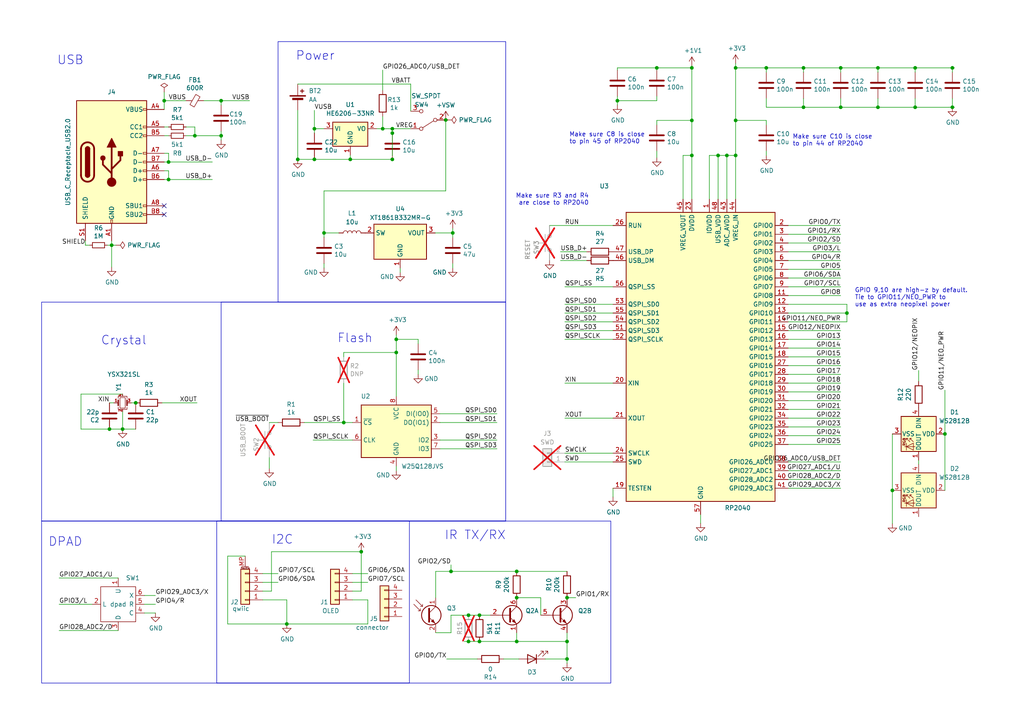
<source format=kicad_sch>
(kicad_sch (version 20231120) (generator "eeschema") (generator_version "8.0")
  (paper "A4")
  (title_block (title "OpenTaxus Badge") (date "2024-06-12") (rev "1.0") (comment 1 "Joe FitzPatrick") (comment 2 "joefitz@securinghw.com"))
  (junction (at 139.065 178.435))
  (junction (at 91.186 46.228))
  (junction (at 265.43 19.685))
  (junction (at 233.045 31.115))
  (junction (at 113.792 46.228))
  (junction (at 222.25 19.685))
  (junction (at 31.75 124.46))
  (junction (at 35.56 124.46))
  (junction (at 149.86 173.355))
  (junction (at 254.635 19.685))
  (junction (at 258.826 142.24))
  (junction (at 265.43 31.115))
  (junction (at 114.935 102.235))
  (junction (at 48.895 52.07))
  (junction (at 99.695 122.555))
  (junction (at 113.792 37.338))
  (junction (at 47.625 29.21))
  (junction (at 32.385 71.12))
  (junction (at 274.066 125.857))
  (junction (at 254.635 31.115))
  (junction (at 164.465 173.355))
  (junction (at 114.935 98.425))
  (junction (at 245.6395 90.805))
  (junction (at 93.98 67.564))
  (junction (at 190.5 19.685))
  (junction (at 64.135 39.37))
  (junction (at 130.81 165.735))
  (junction (at 276.225 19.685))
  (junction (at 200.66 19.685))
  (junction (at 149.86 165.735))
  (junction (at 131.318 67.564))
  (junction (at 213.36 45.085))
  (junction (at 243.84 31.115))
  (junction (at 83.185 180.975))
  (junction (at 233.045 19.685))
  (junction (at 39.37 116.84))
  (junction (at 213.36 34.925))
  (junction (at 208.28 45.085))
  (junction (at 104.775 160.02))
  (junction (at 213.36 19.685))
  (junction (at 179.07 29.21))
  (junction (at 56.515 39.37))
  (junction (at 164.465 186.055))
  (junction (at 91.186 37.338))
  (junction (at 86.36 46.228))
  (junction (at 101.6 46.228))
  (junction (at 129.286 34.798))
  (junction (at 200.66 45.085))
  (junction (at 200.66 34.925))
  (junction (at 135.89 178.435))
  (junction (at 139.065 186.055))
  (junction (at 276.225 31.115))
  (junction (at 48.895 46.99))
  (junction (at 164.465 191.135))
  (junction (at 149.86 186.055))
  (junction (at 113.792 38.608))
  (junction (at 64.135 29.21))
  (junction (at 243.84 19.685))
  (junction (at 210.82 45.085))
  (junction (at 110.998 37.338))
  (junction (at 135.89 186.055))
  (no_connect (at 47.625 62.23))
  (no_connect (at 47.625 59.69))
  (wire (pts (xy 233.045 28.575) (xy 233.045 31.115)))
  (wire (pts (xy 177.8 83.185) (xy 163.83 83.185)))
  (wire (pts (xy 26.035 71.12) (xy 24.765 71.12)))
  (wire (pts (xy 258.826 125.857) (xy 258.826 142.24)))
  (wire (pts (xy 32.385 71.12) (xy 32.385 77.47)))
  (wire (pts (xy 228.6 116.205) (xy 243.84 116.205)))
  (wire (pts (xy 61.595 52.07) (xy 48.895 52.07)))
  (wire (pts (xy 102.235 168.91) (xy 106.68 168.91)))
  (wire (pts (xy 48.895 44.45) (xy 48.895 46.99)))
  (wire (pts (xy 66.04 180.975) (xy 83.185 180.975)))
  (wire (pts (xy 127.635 122.555) (xy 144.145 122.555)))
  (wire (pts (xy 190.5 19.685) (xy 190.5 20.32)))
  (wire (pts (xy 265.43 19.685) (xy 276.225 19.685)))
  (wire (pts (xy 222.25 20.955) (xy 222.25 19.685)))
  (wire (pts (xy 190.5 34.925) (xy 190.5 36.195)))
  (wire (pts (xy 228.6 67.945) (xy 243.84 67.945)))
  (wire (pts (xy 228.6 136.525) (xy 243.84 136.525)))
  (wire (pts (xy 109.22 37.338) (xy 110.998 37.338)))
  (wire (pts (xy 47.625 26.67) (xy 47.625 29.21)))
  (wire (pts (xy 104.775 160.02) (xy 104.775 171.45)))
  (wire (pts (xy 126.365 165.735) (xy 126.365 173.355)))
  (wire (pts (xy 163.83 93.345) (xy 177.8 93.345)))
  (wire (pts (xy 64.135 40.64) (xy 64.135 39.37)))
  (wire (pts (xy 177.8 121.285) (xy 163.83 121.285)))
  (wire (pts (xy 91.186 37.338) (xy 93.98 37.338)))
  (wire (pts (xy 228.6 139.065) (xy 243.84 139.065)))
  (wire (pts (xy 86.36 32.004) (xy 86.36 46.228)))
  (wire (pts (xy 233.045 19.685) (xy 243.84 19.685)))
  (wire (pts (xy 276.225 31.115) (xy 276.86 31.115)))
  (wire (pts (xy 93.98 67.564) (xy 93.98 55.372)))
  (wire (pts (xy 93.98 76.454) (xy 93.98 77.724)))
  (wire (pts (xy 213.36 34.925) (xy 222.25 34.925)))
  (wire (pts (xy 110.998 37.338) (xy 113.792 37.338)))
  (wire (pts (xy 135.89 186.055) (xy 139.065 186.055)))
  (wire (pts (xy 228.6 80.645) (xy 243.84 80.645)))
  (wire (pts (xy 179.07 27.94) (xy 179.07 29.21)))
  (wire (pts (xy 205.74 45.085) (xy 208.28 45.085)))
  (wire (pts (xy 106.68 180.975) (xy 83.185 180.975)))
  (wire (pts (xy 228.6 100.965) (xy 243.84 100.965)))
  (wire (pts (xy 210.82 57.785) (xy 210.82 45.085)))
  (wire (pts (xy 47.625 39.37) (xy 48.895 39.37)))
  (wire (pts (xy 228.6 128.905) (xy 243.84 128.905)))
  (wire (pts (xy 86.106 46.228) (xy 86.36 46.228)))
  (wire (pts (xy 228.6 70.485) (xy 243.84 70.485)))
  (wire (pts (xy 228.6 90.805) (xy 245.6395 90.805)))
  (wire (pts (xy 114.935 135.255) (xy 114.935 136.525)))
  (wire (pts (xy 91.186 46.228) (xy 101.6 46.228)))
  (wire (pts (xy 32.385 71.12) (xy 33.655 71.12)))
  (wire (pts (xy 228.6 95.885) (xy 243.84 95.885)))
  (wire (pts (xy 203.2 149.225) (xy 203.2 151.765)))
  (wire (pts (xy 35.56 119.38) (xy 35.56 124.46)))
  (wire (pts (xy 101.6 46.228) (xy 113.792 46.228)))
  (wire (pts (xy 179.07 19.685) (xy 190.5 19.685)))
  (wire (pts (xy 228.6 113.665) (xy 243.84 113.665)))
  (wire (pts (xy 179.07 29.21) (xy 179.07 30.48)))
  (wire (pts (xy 254.635 19.685) (xy 265.43 19.685)))
  (wire (pts (xy 129.286 34.798) (xy 129.794 34.798)))
  (wire (pts (xy 265.43 20.955) (xy 265.43 19.685)))
  (wire (pts (xy 258.826 142.24) (xy 258.826 151.892)))
  (wire (pts (xy 276.225 20.955) (xy 276.225 19.685)))
  (wire (pts (xy 76.2 171.45) (xy 78.74 171.45)))
  (wire (pts (xy 48.895 49.53) (xy 48.895 52.07)))
  (wire (pts (xy 149.86 165.735) (xy 164.465 165.735)))
  (wire (pts (xy 213.36 45.085) (xy 213.36 57.785)))
  (wire (pts (xy 47.625 49.53) (xy 48.895 49.53)))
  (wire (pts (xy 213.36 19.685) (xy 213.36 34.925)))
  (wire (pts (xy 126.238 67.564) (xy 131.318 67.564)))
  (wire (pts (xy 110.998 20.32) (xy 110.998 26.162)))
  (wire (pts (xy 127.635 130.175) (xy 144.145 130.175)))
  (wire (pts (xy 38.1 116.84) (xy 39.37 116.84)))
  (wire (pts (xy 164.465 183.515) (xy 164.465 186.055)))
  (wire (pts (xy 163.83 88.265) (xy 177.8 88.265)))
  (wire (pts (xy 198.12 45.085) (xy 198.12 57.785)))
  (wire (pts (xy 110.998 33.782) (xy 110.998 37.338)))
  (wire (pts (xy 146.05 191.135) (xy 150.495 191.135)))
  (wire (pts (xy 265.43 28.575) (xy 265.43 31.115)))
  (wire (pts (xy 78.105 132.715) (xy 78.105 135.89)))
  (wire (pts (xy 23.495 114.3) (xy 23.495 124.46)))
  (wire (pts (xy 53.975 39.37) (xy 56.515 39.37)))
  (wire (pts (xy 139.065 178.435) (xy 142.24 178.435)))
  (wire (pts (xy 198.12 45.085) (xy 200.66 45.085)))
  (wire (pts (xy 35.56 124.46) (xy 39.37 124.46)))
  (wire (pts (xy 31.75 116.84) (xy 33.02 116.84)))
  (wire (pts (xy 91.186 32.004) (xy 91.186 37.338)))
  (wire (pts (xy 113.792 38.608) (xy 113.792 45.212)))
  (wire (pts (xy 228.6 83.185) (xy 243.84 83.185)))
  (wire (pts (xy 76.2 168.91) (xy 80.645 168.91)))
  (wire (pts (xy 64.135 29.21) (xy 64.135 30.48)))
  (wire (pts (xy 64.135 29.21) (xy 72.39 29.21)))
  (wire (pts (xy 149.86 186.055) (xy 149.86 183.515)))
  (wire (pts (xy 48.895 46.99) (xy 61.595 46.99)))
  (wire (pts (xy 131.318 66.294) (xy 131.318 67.564)))
  (wire (pts (xy 17.145 167.64) (xy 34.29 167.64)))
  (wire (pts (xy 243.84 20.955) (xy 243.84 19.685)))
  (wire (pts (xy 177.8 141.605) (xy 177.8 144.145)))
  (wire (pts (xy 113.792 38.608) (xy 113.792 37.338)))
  (wire (pts (xy 177.8 131.445) (xy 163.83 131.445)))
  (wire (pts (xy 190.5 34.925) (xy 200.66 34.925)))
  (wire (pts (xy 245.6395 88.265) (xy 245.6395 90.805)))
  (wire (pts (xy 78.74 160.02) (xy 78.74 171.45)))
  (wire (pts (xy 41.91 177.8) (xy 45.085 177.8)))
  (wire (pts (xy 121.285 107.315) (xy 121.285 108.585)))
  (wire (pts (xy 127.635 127.635) (xy 144.145 127.635)))
  (wire (pts (xy 104.775 160.02) (xy 78.74 160.02)))
  (wire (pts (xy 53.975 29.21) (xy 47.625 29.21)))
  (wire (pts (xy 91.186 37.338) (xy 91.186 38.608)))
  (wire (pts (xy 213.36 34.925) (xy 213.36 45.085)))
  (wire (pts (xy 32.385 69.85) (xy 32.385 71.12)))
  (wire (pts (xy 17.145 175.26) (xy 26.67 175.26)))
  (wire (pts (xy 228.6 98.425) (xy 243.84 98.425)))
  (wire (pts (xy 243.84 31.115) (xy 254.635 31.115)))
  (wire (pts (xy 243.84 28.575) (xy 243.84 31.115)))
  (wire (pts (xy 200.66 34.925) (xy 200.66 45.085)))
  (wire (pts (xy 190.5 43.815) (xy 190.5 45.72)))
  (wire (pts (xy 129.286 55.372) (xy 129.286 34.798)))
  (wire (pts (xy 131.318 67.564) (xy 131.318 68.834)))
  (wire (pts (xy 139.065 186.055) (xy 149.86 186.055)))
  (wire (pts (xy 228.6 108.585) (xy 243.84 108.585)))
  (wire (pts (xy 48.895 46.99) (xy 47.625 46.99)))
  (wire (pts (xy 228.6 65.405) (xy 243.84 65.405)))
  (wire (pts (xy 228.6 141.605) (xy 243.84 141.605)))
  (wire (pts (xy 127.635 120.015) (xy 144.145 120.015)))
  (wire (pts (xy 83.185 173.99) (xy 83.185 180.975)))
  (wire (pts (xy 101.6 44.958) (xy 101.6 46.228)))
  (wire (pts (xy 130.81 183.515) (xy 130.81 178.435)))
  (wire (pts (xy 102.235 166.37) (xy 106.68 166.37)))
  (wire (pts (xy 130.81 165.735) (xy 149.86 165.735)))
  (wire (pts (xy 126.365 183.515) (xy 130.81 183.515)))
  (wire (pts (xy 35.56 114.3) (xy 23.495 114.3)))
  (wire (pts (xy 149.86 173.355) (xy 156.845 173.355)))
  (wire (pts (xy 163.83 95.885) (xy 177.8 95.885)))
  (wire (pts (xy 56.515 39.37) (xy 64.135 39.37)))
  (wire (pts (xy 102.235 171.45) (xy 104.775 171.45)))
  (wire (pts (xy 200.66 45.085) (xy 200.66 57.785)))
  (wire (pts (xy 210.82 45.085) (xy 213.36 45.085)))
  (wire (pts (xy 31.75 124.46) (xy 35.56 124.46)))
  (wire (pts (xy 205.74 57.785) (xy 205.74 45.085)))
  (wire (pts (xy 116.078 77.724) (xy 116.078 78.994)))
  (wire (pts (xy 24.765 69.85) (xy 24.765 71.12)))
  (wire (pts (xy 274.066 125.857) (xy 274.066 142.24)))
  (wire (pts (xy 53.975 36.83) (xy 56.515 36.83)))
  (wire (pts (xy 17.145 182.88) (xy 34.29 182.88)))
  (wire (pts (xy 200.66 19.685) (xy 190.5 19.685)))
  (wire (pts (xy 179.07 29.21) (xy 190.5 29.21)))
  (wire (pts (xy 164.465 186.055) (xy 164.465 191.135)))
  (wire (pts (xy 80.645 122.555) (xy 78.105 122.555)))
  (wire (pts (xy 213.36 19.685) (xy 222.25 19.685)))
  (wire (pts (xy 233.045 31.115) (xy 243.84 31.115)))
  (wire (pts (xy 222.25 43.815) (xy 222.25 45.085)))
  (wire (pts (xy 164.465 173.355) (xy 167.005 173.355)))
  (wire (pts (xy 228.6 126.365) (xy 243.84 126.365)))
  (wire (pts (xy 88.265 122.555) (xy 99.695 122.555)))
  (wire (pts (xy 121.285 98.425) (xy 114.935 98.425)))
  (wire (pts (xy 228.6 103.505) (xy 243.84 103.505)))
  (wire (pts (xy 274.066 113.157) (xy 274.066 125.857)))
  (wire (pts (xy 114.935 98.425) (xy 114.935 102.235)))
  (wire (pts (xy 228.6 88.265) (xy 245.6395 88.265)))
  (wire (pts (xy 121.285 99.695) (xy 121.285 98.425)))
  (wire (pts (xy 222.25 36.195) (xy 222.25 34.925)))
  (wire (pts (xy 177.8 98.425) (xy 163.83 98.425)))
  (wire (pts (xy 106.68 173.99) (xy 106.68 180.975)))
  (wire (pts (xy 158.115 191.135) (xy 164.465 191.135)))
  (wire (pts (xy 93.98 55.372) (xy 129.286 55.372)))
  (wire (pts (xy 76.2 173.99) (xy 83.185 173.99)))
  (wire (pts (xy 47.625 44.45) (xy 48.895 44.45)))
  (wire (pts (xy 254.635 31.115) (xy 265.43 31.115)))
  (wire (pts (xy 131.318 76.454) (xy 131.318 77.724)))
  (wire (pts (xy 47.625 52.07) (xy 48.895 52.07)))
  (wire (pts (xy 90.805 127.635) (xy 102.235 127.635)))
  (wire (pts (xy 93.98 67.564) (xy 93.98 68.834)))
  (wire (pts (xy 276.225 19.685) (xy 276.86 19.685)))
  (wire (pts (xy 228.6 111.125) (xy 243.84 111.125)))
  (wire (pts (xy 265.43 31.115) (xy 276.225 31.115)))
  (wire (pts (xy 233.045 31.115) (xy 222.25 31.115)))
  (wire (pts (xy 113.792 46.228) (xy 114.046 46.228)))
  (wire (pts (xy 41.91 175.26) (xy 45.085 175.26)))
  (wire (pts (xy 66.04 161.29) (xy 66.04 180.975)))
  (wire (pts (xy 71.12 161.29) (xy 66.04 161.29)))
  (wire (pts (xy 86.36 46.228) (xy 91.186 46.228)))
  (wire (pts (xy 233.045 20.955) (xy 233.045 19.685)))
  (wire (pts (xy 99.695 103.505) (xy 99.695 102.235)))
  (wire (pts (xy 162.56 75.565) (xy 170.18 75.565)))
  (wire (pts (xy 190.5 29.21) (xy 190.5 27.94)))
  (wire (pts (xy 200.66 19.685) (xy 200.66 34.925)))
  (wire (pts (xy 113.792 37.338) (xy 119.126 37.338)))
  (wire (pts (xy 135.89 178.435) (xy 139.065 178.435)))
  (wire (pts (xy 164.465 186.055) (xy 149.86 186.055)))
  (wire (pts (xy 23.495 124.46) (xy 31.75 124.46)))
  (wire (pts (xy 266.446 107.442) (xy 266.446 110.617)))
  (wire (pts (xy 130.81 165.735) (xy 126.365 165.735)))
  (wire (pts (xy 228.6 121.285) (xy 243.84 121.285)))
  (wire (pts (xy 164.465 191.135) (xy 164.465 192.405)))
  (wire (pts (xy 222.25 19.685) (xy 233.045 19.685)))
  (wire (pts (xy 266.446 133.477) (xy 266.446 134.62)))
  (wire (pts (xy 31.115 71.12) (xy 32.385 71.12)))
  (wire (pts (xy 119.126 24.384) (xy 119.126 32.258)))
  (wire (pts (xy 76.2 166.37) (xy 80.645 166.37)))
  (wire (pts (xy 159.385 65.405) (xy 177.8 65.405)))
  (wire (pts (xy 64.135 38.1) (xy 64.135 39.37)))
  (wire (pts (xy 163.83 90.805) (xy 177.8 90.805)))
  (wire (pts (xy 228.6 78.105) (xy 243.84 78.105)))
  (wire (pts (xy 179.07 20.32) (xy 179.07 19.685)))
  (wire (pts (xy 46.99 116.84) (xy 57.15 116.84)))
  (wire (pts (xy 208.28 57.785) (xy 208.28 45.085)))
  (wire (pts (xy 59.055 29.21) (xy 64.135 29.21)))
  (wire (pts (xy 228.6 118.745) (xy 243.84 118.745)))
  (wire (pts (xy 114.935 97.155) (xy 114.935 98.425)))
  (wire (pts (xy 213.36 18.415) (xy 213.36 19.685)))
  (wire (pts (xy 228.6 73.025) (xy 243.84 73.025)))
  (wire (pts (xy 254.635 28.575) (xy 254.635 31.115)))
  (wire (pts (xy 254.635 20.955) (xy 254.635 19.685)))
  (wire (pts (xy 134.62 186.055) (xy 135.89 186.055)))
  (wire (pts (xy 114.935 102.235) (xy 114.935 114.935)))
  (wire (pts (xy 228.6 75.565) (xy 243.84 75.565)))
  (wire (pts (xy 102.235 173.99) (xy 106.68 173.99)))
  (wire (pts (xy 86.36 24.384) (xy 119.126 24.384)))
  (wire (pts (xy 99.695 102.235) (xy 114.935 102.235)))
  (wire (pts (xy 56.515 36.83) (xy 56.515 39.37)))
  (wire (pts (xy 245.6395 93.345) (xy 245.6395 90.805)))
  (wire (pts (xy 228.6 133.985) (xy 243.84 133.985)))
  (wire (pts (xy 243.84 19.685) (xy 254.635 19.685)))
  (wire (pts (xy 130.81 163.83) (xy 130.81 165.735)))
  (wire (pts (xy 200.66 19.685) (xy 200.66 19.05)))
  (wire (pts (xy 98.298 67.564) (xy 93.98 67.564)))
  (wire (pts (xy 47.625 29.21) (xy 47.625 31.75)))
  (wire (pts (xy 228.6 93.345) (xy 245.6395 93.345)))
  (wire (pts (xy 177.8 133.985) (xy 163.83 133.985)))
  (wire (pts (xy 208.28 45.085) (xy 210.82 45.085)))
  (wire (pts (xy 276.225 28.575) (xy 276.225 31.115)))
  (wire (pts (xy 228.6 85.725) (xy 243.84 85.725)))
  (wire (pts (xy 228.6 123.825) (xy 243.84 123.825)))
  (wire (pts (xy 162.56 73.025) (xy 170.18 73.025)))
  (wire (pts (xy 130.81 178.435) (xy 135.89 178.435)))
  (wire (pts (xy 228.6 106.045) (xy 243.84 106.045)))
  (wire (pts (xy 163.83 111.125) (xy 177.8 111.125)))
  (wire (pts (xy 222.25 28.575) (xy 222.25 31.115)))
  (wire (pts (xy 99.695 111.125) (xy 99.695 122.555)))
  (wire (pts (xy 156.845 173.355) (xy 156.845 178.435)))
  (wire (pts (xy 99.695 122.555) (xy 102.235 122.555)))
  (wire (pts (xy 48.895 36.83) (xy 47.625 36.83)))
  (wire (pts (xy 41.91 172.72) (xy 45.085 172.72)))
  (wire (pts (xy 129.54 191.135) (xy 138.43 191.135)))
  (rectangle (start 12.065 87.63) (end 146.685 151.13))
  (rectangle (start 12.065 151.13) (end 177.165 198.12))
  (rectangle (start 64.135 87.63) (end 146.685 151.13))
  (rectangle (start 62.865 151.13) (end 118.745 198.12))
  (rectangle (start 80.645 12.065) (end 146.685 87.63))
  (text "DPAD" (at 13.97 158.75 0) (effects (font (size 2.54 2.54)) (justify left bottom)))
  (text "Make sure C10 is close\nto pin 44 of RP2040" (at 229.87 42.545 0) (effects (font (size 1.27 1.27)) (justify left bottom)))
  (text "Make sure C8 is close \nto pin 45 of RP2040" (at 165.1 41.91 0) (effects (font (size 1.27 1.27)) (justify left bottom)))
  (text "IR TX/RX" (at 128.905 156.845 0) (effects (font (size 2.54 2.54)) (justify left bottom)))
  (text "USB" (at 16.51 19.05 0) (effects (font (size 2.54 2.54)) (justify left bottom)))
  (text "I2C" (at 78.74 158.115 0) (effects (font (size 2.54 2.54)) (justify left bottom)))
  (text "Make sure R3 and R4\nare close to RP2040" (at 170.815 59.69 0) (effects (font (size 1.27 1.27)) (justify right bottom)))
  (text "Flash" (at 97.79 99.695 0) (effects (font (size 2.54 2.54)) (justify left bottom)))
  (text "Crystal" (at 29.21 100.33 0) (effects (font (size 2.54 2.54)) (justify left bottom)))
  (text "Power" (at 85.725 17.78 0) (effects (font (size 2.54 2.54)) (justify left bottom)))
  (text "GPIO 9,10 are high-z by default. \nTie to GPIO11/NEO_PWR to \nuse as extra neopixel power" (at 247.904 89.154 0) (effects (font (size 1.27 1.27)) (justify left bottom)))
  (label "QSPI_SD3" (at 144.145 130.175 180))
  (label "RUN" (at 163.83 65.405 0))
  (label "GPIO14" (at 243.84 100.965 180))
  (label "GPIO0{slash}TX" (at 129.54 191.135 180))
  (label "QSPI_SD2" (at 163.83 93.345 0))
  (label "XOUT" (at 163.83 121.285 0))
  (label "GPIO24" (at 243.84 126.365 180))
  (label "GPIO6{slash}SDA" (at 106.68 166.37 0))
  (label "GPIO15" (at 243.84 103.505 180))
  (label "QSPI_SS" (at 163.83 83.185 0))
  (label "GPIO26_ADC0{slash}USB_DET" (at 110.998 20.32 0))
  (label "GPIO11{slash}NEO_PWR" (at 243.84 93.345 180))
  (label "GPIO29_ADC3{slash}X" (at 243.84 141.605 180))
  (label "GPIO27_ADC1{slash}U" (at 17.145 167.64 0))
  (label "~{USB_BOOT}" (at 78.105 122.555 180))
  (label "GPIO28_ADC2{slash}D" (at 243.84 139.065 180))
  (label "GPIO17" (at 243.84 108.585 180))
  (label "GPIO12{slash}NEOPIX" (at 243.84 95.885 180))
  (label "GPIO11{slash}NEO_PWR" (at 274.066 113.157 90))
  (label "GPIO23" (at 243.84 123.825 180))
  (label "GPIO16" (at 243.84 106.045 180))
  (label "SWCLK" (at 163.83 131.445 0))
  (label "USB_D-" (at 61.595 46.99 180))
  (label "XIN" (at 163.83 111.125 0))
  (label "QSPI_SD0" (at 144.145 120.015 180))
  (label "SHIELD" (at 24.765 71.12 180))
  (label "GPIO20" (at 243.84 116.205 180))
  (label "GPIO27_ADC1{slash}U" (at 243.84 136.525 180))
  (label "USB_D+" (at 162.56 73.025 0))
  (label "SWD" (at 163.83 133.985 0))
  (label "QSPI_SD1" (at 144.145 122.555 180))
  (label "QSPI_SCLK" (at 163.83 98.425 0))
  (label "GPIO28_ADC2{slash}D" (at 17.145 182.88 0))
  (label "GPIO4{slash}R" (at 243.84 75.565 180))
  (label "QSPI_SD1" (at 163.83 90.805 0))
  (label "GPIO2{slash}SD" (at 243.84 70.485 180))
  (label "GPIO6{slash}SDA" (at 243.84 80.645 180))
  (label "USB_D-" (at 162.56 75.565 0))
  (label "GPIO7{slash}SCL" (at 80.645 166.37 0))
  (label "GPIO22" (at 243.84 121.285 180))
  (label "USB_D+" (at 61.595 52.07 180))
  (label "GPIO26_ADC0{slash}USB_DET" (at 243.84 133.985 180))
  (label "GPIO19" (at 243.84 113.665 180))
  (label "GPIO6{slash}SDA" (at 80.645 168.91 0))
  (label "GPIO7{slash}SCL" (at 243.84 83.185 180))
  (label "GPIO18" (at 243.84 111.125 180))
  (label "VBATT" (at 113.538 24.384 0))
  (label "QSPI_SD2" (at 144.145 127.635 180))
  (label "GPIO1{slash}RX" (at 167.005 173.355 0))
  (label "GPIO0{slash}TX" (at 243.84 65.405 180))
  (label "QSPI_SD0" (at 163.83 88.265 0))
  (label "GPIO29_ADC3{slash}X" (at 45.085 172.72 0))
  (label "XIN" (at 31.75 116.84 180))
  (label "QSPI_SS" (at 90.805 122.555 0))
  (label "GPIO3{slash}L" (at 17.145 175.26 0))
  (label "GPIO4{slash}R" (at 45.085 175.26 0))
  (label "GPIO5" (at 243.84 78.105 180))
  (label "GPIO2{slash}SD" (at 130.81 163.83 180))
  (label "GPIO25" (at 243.84 128.905 180))
  (label "GPIO7{slash}SCL" (at 106.68 168.91 0))
  (label "VREG" (at 114.808 37.338 0))
  (label "GPIO21" (at 243.84 118.745 180))
  (label "QSPI_SD3" (at 163.83 95.885 0))
  (label "QSPI_SCLK" (at 90.805 127.635 0))
  (label "VUSB" (at 72.39 29.21 180))
  (label "GPIO3{slash}L" (at 243.84 73.025 180))
  (label "GPIO1{slash}RX" (at 243.84 67.945 180))
  (label "GPIO12{slash}NEOPIX" (at 266.446 107.442 90))
  (label "GPIO13" (at 243.84 98.425 180))
  (label "XOUT" (at 57.15 116.84 180))
  (label "VBUS" (at 53.975 29.21 180))
  (label "GPIO8" (at 243.84 85.725 180))
  (label "VUSB" (at 91.186 32.004 0))
  (symbol (lib_id "power:GND") (at 93.98 77.724 0) (unit 1)
    (property "Reference" "#PWR05" (effects (hide yes)))
    (property "Value" "GND" (at 90.17 78.994 0))
  )
  (symbol (lib_id "power:GND") (at 64.135 40.64 0) (unit 1)
    (property "Reference" "#PWR022" (effects (hide yes)))
    (property "Value" "GND" (at 64.262 45.0342 0))
  )
  (symbol (lib_id "power:GND") (at 83.185 180.975 0) (unit 1)
    (property "Reference" "#PWR032" (effects (hide yes)))
    (property "Value" "GND" (at 83.312 185.3692 0))
  )
  (symbol (lib_id "power:GND") (at 164.465 192.405 0) (unit 1)
    (property "Reference" "#PWR024" (effects (hide yes)))
    (property "Value" "GND" (at 164.592 196.7992 0))
  )
  (symbol (lib_id "power:GND") (at 222.25 45.085 0) (unit 1)
    (property "Reference" "#PWR018" (effects (hide yes)))
    (property "Value" "GND" (at 222.377 49.4792 0))
  )
  (symbol (lib_id "Sensor_Optical:SFH320") (at 123.825 178.435 0) (unit 1)
    (property "Reference" "Q3" (at 129.54 176.4157 0) (effects (justify left)))
    (property "Value" "PT12-21B/TR8" (effects (hide yes)))
    (property "Footprint" "ir:PT12-21B-TR8" (effects (hide yes)))
    (property "Datasheet" "https://datasheet.lcsc.com/lcsc/1811072201_Everlight-Elec-PT12-21B-TR8_C264383.pdf" (effects (hide yes)))
    (property "LCSC" "C264383" (effects (hide yes)))
    (property "P/N" "PT12-21B/TR8" (effects (hide yes)))
    (property "mfg" "Everlight" (effects (hide yes)))
  )
  (symbol (lib_id "Switch:SW_Push") (at 159.385 70.485 90) (mirror x) (unit 1) (dnp yes)
    (property "Reference" "SW3" (at 155.575 71.755 0))
    (property "Value" "RESET" (at 153.035 72.39 0))
    (property "Footprint" "Jumper:SolderJumper-2_P1.3mm_Open_RoundedPad1.0x1.5mm" (effects (hide yes)))
    (property "LCSC" "DNP" (effects (hide yes)))
  )
  (symbol (lib_id "power:GND") (at 114.935 136.525 0) (unit 1)
    (property "Reference" "#PWR08" (effects (hide yes)))
    (property "Value" "GND" (at 111.125 137.795 0))
  )
  (symbol (lib_id "power:+VSW") (at 129.286 34.798 0) (unit 1)
    (property "Reference" "#PWR025" (effects (hide yes)))
    (property "Value" "+VSW" (at 129.286 30.48 0))
  )
  (symbol (lib_id "Device:R") (at 149.86 169.545 0) (unit 1)
    (property "Reference" "R9" (at 144.6022 169.545 90))
    (property "Value" "200k" (at 146.9136 169.545 90))
    (property "Footprint" "Resistor_SMD:R_0402_1005Metric" (effects (hide yes)))
    (property "LCSC" "C25764" (effects (hide yes)))
    (property "P/N" "0402WGF2003TCE" (effects (hide yes)))
    (property "Price" "$0.00" (effects (hide yes)))
    (property "mfg" "UNI-ROYAL" (effects (hide yes)))
  )
  (symbol (lib_id "Device:C") (at 265.43 24.765 0) (unit 1)
    (property "Reference" "C14" (at 268.351 23.5966 0) (effects (justify left)))
    (property "Value" "100n" (at 268.351 25.908 0) (effects (justify left)))
    (property "Footprint" "Capacitor_SMD:C_0402_1005Metric" (effects (hide yes)))
    (property "LCSC" "C100072" (effects (hide yes)))
    (property "P/N" "CL05A104KA5NNNC" (effects (hide yes)))
    (property "Price" "$0.00" (effects (hide yes)))
    (property "mfg" "Samsung" (effects (hide yes)))
  )
  (symbol (lib_id "RP2040_minimal-rescue:W25Q128JVS-Memory_Flash") (at 114.935 125.095 0) (unit 1)
    (property "Reference" "U2" (at 106.045 114.935 0))
    (property "Value" "W25Q128JVS" (at 122.555 135.255 0))
    (property "Footprint" "Package_SO:SOIC-8_5.23x5.23mm_P1.27mm" (effects (hide yes)))
    (property "Datasheet" "http://www.winbond.com/resource-files/w25q128jv_dtr%20revc%2003272018%20plus.pdf" (effects (hide yes)))
    (property "LCSC" "C97521" (effects (hide yes)))
    (property "P/N" "W25Q128JVSIQ" (effects (hide yes)))
    (property "Price" "$0.41" (effects (hide yes)))
    (property "JLCPCB Rotation Offset" "-90" (effects (hide yes)))
    (property "mfg" "Winbond" (effects (hide yes)))
  )
  (symbol (lib_id "Device:R_Small") (at 51.435 39.37 90) (mirror x) (unit 1)
    (property "Reference" "R8" (at 51.435 44.45 90))
    (property "Value" "5k1" (at 51.435 41.91 90))
    (property "Footprint" "Resistor_SMD:R_0402_1005Metric" (effects (hide yes)))
    (property "P/N" "0402WGJ0512TCE" (effects (hide yes)))
    (property "LCSC" "C25941" (effects (hide yes)))
    (property "Price" "$0.00" (effects (hide yes)))
    (property "mfg" "UNI-ROYAL" (effects (hide yes)))
  )
  (symbol (lib_id "power:GND") (at 45.085 177.8 0) (unit 1)
    (property "Reference" "#PWR01" (effects (hide yes)))
    (property "Value" "GND" (at 45.212 182.1942 0))
  )
  (symbol (lib_id "power:GND") (at 177.8 144.145 0) (unit 1)
    (property "Reference" "#PWR015" (effects (hide yes)))
    (property "Value" "GND" (at 177.927 148.5392 0))
  )
  (symbol (lib_id "Device:R") (at 139.065 182.245 180) (unit 1)
    (property "Reference" "R11" (at 144.3228 182.245 90))
    (property "Value" "5k1" (at 142.0114 182.245 90))
    (property "Footprint" "Resistor_SMD:R_0402_1005Metric" (effects (hide yes)))
    (property "LCSC" "C25941" (effects (hide yes)))
    (property "P/N" "0402WGJ0512TCE" (effects (hide yes)))
    (property "Price" "$0.00" (effects (hide yes)))
    (property "mfg" "UNI-ROYAL" (effects (hide yes)))
  )
  (symbol (lib_id "power:GND") (at 121.285 108.585 0) (unit 1)
    (property "Reference" "#PWR09" (effects (hide yes)))
    (property "Value" "GND" (at 125.095 109.855 0))
  )
  (symbol (lib_id "Connector_Generic:Conn_01x04") (at 111.506 176.276 180) (unit 1)
    (property "Reference" "J5" (at 109.601 179.451 0) (effects (justify left)))
    (property "Value" "connector" (at 112.776 181.991 0) (effects (justify left)))
    (property "Footprint" "Connector_PinHeader_2.54mm:PinHeader_1x04_P2.54mm_Vertical" (effects (hide yes)))
    (property "Datasheet" "https://datasheet.lcsc.com/lcsc/2110210930_Ckmtw-Shenzhen-Cankemeng-B-2100S04P-C000_C2902691.pdf" (effects (hide yes)))
    (property "LCSC" "C2902691" (effects (hide yes)))
    (property "Price" "$3.00" (effects (hide yes)))
    (property "mfg" "Ckmtw" (effects (hide yes)))
    (property "P/N" "B-2100S04P-C000" (effects (hide yes)))
  )
  (symbol (lib_id "power:GND") (at 203.2 151.765 0) (unit 1)
    (property "Reference" "#PWR016" (effects (hide yes)))
    (property "Value" "GND" (at 203.327 156.1592 0))
  )
  (symbol (lib_id "Connector:USB_C_Receptacle_USB2.0") (at 32.385 46.99 0) (unit 1)
    (property "Reference" "J4" (at 32.385 26.67 0))
    (property "Value" "USB_C_Receptacle_USB2.0" (at 19.685 46.99 90))
    (property "Footprint" "usbc:USB_C_Receptacle_HRO_TYPE-C-31-M-12" (effects (hide yes)))
    (property "Datasheet" "https://datasheet.lcsc.com/lcsc/2201121330_DEALON-USB-TYPE-C-018_C2927038.pdf" (effects (hide yes)))
    (property "P/N" " USB-TYPE-C-018" (effects (hide yes)))
    (property "LCSC" "C2927038" (effects (hide yes)))
    (property "Price" "$0.20" (effects (hide yes)))
    (property "JLCPCB Position Offset" "0,1.27" (effects (hide yes)))
    (property "mfg" "DEALON" (effects (hide yes)))
  )
  (symbol (lib_id "Device:L") (at 102.108 67.564 90) (unit 1)
    (property "Reference" "L1" (at 102.108 61.849 90))
    (property "Value" "10u" (at 102.108 64.389 90))
    (property "Footprint" "Inductor_SMD:L_1008_2520Metric" (effects (hide yes)))
    (property "Datasheet" "https://datasheet.lcsc.com/lcsc/2304140030_cjiang--Changjiang-Microelectronics-Tech-FHD252012S-100MT_C602018.pdf" (effects (hide yes)))
    (property "LCSC" "C602018" (effects (hide yes)))
    (property "P/N" "FHD252012S-100MT" (effects (hide yes)))
    (property "Price" "$0.0297" (effects (hide yes)))
    (property "mfg" "cjiang" (effects (hide yes)))
  )
  (symbol (lib_id "power:+3V3") (at 104.775 160.02 0) (unit 1)
    (property "Reference" "#PWR026" (effects (hide yes)))
    (property "Value" "+3V3" (at 105.156 155.6258 0))
  )
  (symbol (lib_id "power:GND") (at 35.56 124.46 0) (unit 1)
    (property "Reference" "#PWR03" (effects (hide yes)))
    (property "Value" "GND" (at 35.687 128.8542 0))
  )
  (symbol (lib_id "power:GND") (at 116.078 78.994 0) (unit 1)
    (property "Reference" "#PWR06" (effects (hide yes)))
    (property "Value" "GND" (at 112.268 80.264 0))
  )
  (symbol (lib_id "Switch:SW_SPDT") (at 124.206 34.798 180) (unit 1)
    (property "Reference" "SW4" (at 122.301 30.353 0))
    (property "Value" "SW_SPDT" (at 123.571 27.813 0))
    (property "Footprint" "Button_Switch_SMD:SW_SPDT_PCM12" (effects (hide yes)))
    (property "Datasheet" "https://datasheet.lcsc.com/lcsc/2110151630_XKB-Connection-SK-3296S-01-L1_C319020.pdf" (effects (hide yes)))
    (property "LCSC" "C319020" (effects (hide yes)))
    (property "P/N" "SK-3296S-01-L1 " (effects (hide yes)))
    (property "mfg" "XKB" (effects (hide yes)))
  )
  (symbol (lib_id "power:PWR_FLAG") (at 47.625 26.67 0) (unit 1)
    (property "Reference" "#FLG02" (effects (hide yes)))
    (property "Value" "PWR_FLAG" (at 47.625 22.2758 0))
  )
  (symbol (lib_id "Device:R") (at 173.99 75.565 90) (unit 1)
    (property "Reference" "R5" (at 173.99 80.8228 90))
    (property "Value" "27" (at 173.99 78.5114 90))
    (property "Footprint" "Resistor_SMD:R_0402_1005Metric" (effects (hide yes)))
    (property "LCSC" "C25100" (effects (hide yes)))
    (property "P/N" "0402WGF270JTCE" (effects (hide yes)))
    (property "Price" "$0.00" (effects (hide yes)))
    (property "mfg" "UNI-ROYAL" (effects (hide yes)))
  )
  (symbol (lib_id "Device:R") (at 99.695 107.315 0) (unit 1) (dnp yes)
    (property "Reference" "R2" (at 101.473 106.1466 0) (effects (justify left)))
    (property "Value" "DNP" (at 101.473 108.458 0) (effects (justify left)))
    (property "Footprint" "Resistor_SMD:R_0402_1005Metric" (effects (hide yes)))
    (property "LCSC" "DNP" (effects (hide yes)))
  )
  (symbol (lib_id "power:PWR_FLAG") (at 129.794 34.798 270) (unit 1)
    (property "Reference" "#FLG03" (effects (hide yes)))
    (property "Value" "PWR_FLAG" (at 133.0452 34.798 90) (effects (justify left)))
  )
  (symbol (lib_id "Switch:SW_Push") (at 78.105 127.635 90) (mirror x) (unit 1) (dnp yes)
    (property "Reference" "SW2" (at 74.295 128.905 0))
    (property "Value" "USB_BOOT" (at 70.485 127.635 0))
    (property "Footprint" "Jumper:SolderJumper-2_P1.3mm_Open_RoundedPad1.0x1.5mm" (effects (hide yes)))
    (property "LCSC" "DNP" (effects (hide yes)))
  )
  (symbol (lib_id "dpad:5way-dpad") (at 34.29 175.26 0) (unit 1)
    (property "Reference" "SW1" (at 36.4841 167.64 0) (effects (justify left)))
    (property "Value" "dpad" (at 34.29 175.26 0))
    (property "Footprint" "dpad:10x10x10x9-6P-WX" (effects (hide yes)))
    (property "LCSC" "C2858290" (effects (hide yes)))
    (property "P/N" "10*10*10*9-6P WX" (effects (hide yes)))
    (property "Price" "$0.21" (effects (hide yes)))
    (property "mfg" "SHOU HAN" (effects (hide yes)))
  )
  (symbol (lib_id "Device:C") (at 179.07 24.13 0) (unit 1)
    (property "Reference" "C6" (at 181.991 22.9616 0) (effects (justify left)))
    (property "Value" "100n" (at 181.991 25.273 0) (effects (justify left)))
    (property "Footprint" "Capacitor_SMD:C_0402_1005Metric" (effects (hide yes)))
    (property "LCSC" "C100072" (effects (hide yes)))
    (property "P/N" "CL05A104KA5NNNC" (effects (hide yes)))
    (property "Price" "$0.00" (effects (hide yes)))
    (property "mfg" "Samsung" (effects (hide yes)))
  )
  (symbol (lib_id "power:GND") (at 258.826 151.892 0) (mirror y) (unit 1)
    (property "Reference" "#PWR023" (effects (hide yes)))
    (property "Value" "GND" (at 262.636 153.162 0))
  )
  (symbol (lib_id "ws2018b:WS2812B_1x1") (at 266.446 142.24 270) (unit 1)
    (property "Reference" "D2" (at 276.86 135.9214 90))
    (property "Value" "WS2812B" (at 276.86 138.4614 90))
    (property "Footprint" "ws2812b:LED_WS2812B_PLCC4_1.0x1.0mm" (effects (hide yes)))
    (property "Datasheet" "https://datasheet.lcsc.com/lcsc/2402181502_XINGLIGHT-XL-1010RGBC-WS2812B_C5349953.pdf" (effects (hide yes)))
    (property "Description" "RGB LED with integrated controller" (effects (hide yes)))
    (property "LCSC" "C5349953" (effects (hide yes)))
    (property "P/N" "XL-1010RGBC-WS2812B" (effects (hide yes)))
    (property "JLCPCB Rotation Offset" "90" (effects (hide yes)))
    (property "mfg" "XINGLIGHT" (effects (hide yes)))
  )
  (symbol (lib_id "power:GND") (at 159.385 75.565 0) (unit 1)
    (property "Reference" "#PWR013" (effects (hide yes)))
    (property "Value" "GND" (at 159.512 79.9592 0))
  )
  (symbol (lib_id "Device:C") (at 222.25 24.765 0) (unit 1)
    (property "Reference" "C9" (at 225.171 23.5966 0) (effects (justify left)))
    (property "Value" "100n" (at 225.171 25.908 0) (effects (justify left)))
    (property "Footprint" "Capacitor_SMD:C_0402_1005Metric" (effects (hide yes)))
    (property "LCSC" "C100072" (effects (hide yes)))
    (property "P/N" "CL05A104KA5NNNC" (effects (hide yes)))
    (property "Price" "$0.00" (effects (hide yes)))
    (property "mfg" "Samsung" (effects (hide yes)))
  )
  (symbol (lib_id "power:GND") (at 276.225 31.115 0) (unit 1)
    (property "Reference" "#PWR019" (effects (hide yes)))
    (property "Value" "GND" (at 276.352 35.5092 0))
  )
  (symbol (lib_id "power:GND") (at 131.318 77.724 0) (unit 1)
    (property "Reference" "#PWR011" (effects (hide yes)))
    (property "Value" "GND" (at 127.508 78.994 0))
  )
  (symbol (lib_id "Regulator_Switching:TPS61322DBZ") (at 116.078 70.104 0) (unit 1)
    (property "Reference" "U4" (at 116.078 60.579 0))
    (property "Value" "XT1861B332MR-G" (at 116.078 63.119 0))
    (property "Footprint" "Package_TO_SOT_SMD:SOT-23" (effects (hide yes)))
    (property "Datasheet" "https://datasheet.lcsc.com/lcsc/1809140225_NATLINEAR-XT1861B332MR-G_C236396.pdf" (effects (hide yes)))
    (property "LCSC" "C236396" (effects (hide yes)))
    (property "P/N" "XT1861B332MR-G" (effects (hide yes)))
    (property "Price" "$0.22" (effects (hide yes)))
    (property "JLCPCB Rotation Offset" "180" (effects (hide yes)))
    (property "mfg" "NATLINEAR" (effects (hide yes)))
  )
  (symbol (lib_id "Device:C") (at 243.84 24.765 0) (unit 1)
    (property "Reference" "C12" (at 246.761 23.5966 0) (effects (justify left)))
    (property "Value" "100n" (at 246.761 25.908 0) (effects (justify left)))
    (property "Footprint" "Capacitor_SMD:C_0402_1005Metric" (effects (hide yes)))
    (property "LCSC" "C100072" (effects (hide yes)))
    (property "P/N" "CL05A104KA5NNNC" (effects (hide yes)))
    (property "Price" "$0.00" (effects (hide yes)))
    (property "mfg" "Samsung" (effects (hide yes)))
  )
  (symbol (lib_id "Device:C") (at 121.285 103.505 0) (unit 1)
    (property "Reference" "C4" (at 124.206 102.3366 0) (effects (justify left)))
    (property "Value" "100n" (at 124.206 104.648 0) (effects (justify left)))
    (property "Footprint" "Capacitor_SMD:C_0402_1005Metric" (effects (hide yes)))
    (property "LCSC" "C100072" (effects (hide yes)))
    (property "P/N" "CL05A104KA5NNNC" (effects (hide yes)))
    (property "Price" "$0.00" (effects (hide yes)))
    (property "mfg" "Samsung" (effects (hide yes)))
  )
  (symbol (lib_id "power:GND") (at 86.36 46.228 0) (unit 1)
    (property "Reference" "#PWR04" (effects (hide yes)))
    (property "Value" "GND" (at 86.487 50.6222 0))
  )
  (symbol (lib_id "Device:R") (at 135.89 182.245 180) (unit 1) (dnp yes)
    (property "Reference" "R15" (at 133.35 182.245 90))
    (property "Value" "DNP" (effects (hide yes)))
    (property "Footprint" "Resistor_SMD:R_0402_1005Metric" (effects (hide yes)))
    (property "LCSC" "DNP" (effects (hide yes)))
    (property "Price" "$0.00" (effects (hide yes)))
  )
  (symbol (lib_id "Device:R") (at 142.24 191.135 90) (unit 1)
    (property "Reference" "R14" (at 142.24 196.3928 90))
    (property "Value" "0" (at 142.24 194.0814 90))
    (property "Footprint" "Resistor_SMD:R_0402_1005Metric" (effects (hide yes)))
    (property "LCSC" "C17168" (effects (hide yes)))
    (property "P/N" "0402WGF0000TCE" (effects (hide yes)))
    (property "Price" "$0.00" (effects (hide yes)))
    (property "mfg" "UNI-ROYAL" (effects (hide yes)))
  )
  (symbol (lib_id "Connector_Generic_MountingPin:Conn_01x04_MountingPin") (at 71.12 171.45 180) (unit 1)
    (property "Reference" "J2" (at 69.215 174.625 0) (effects (justify left)))
    (property "Value" "qwiic" (at 72.39 176.53 0) (effects (justify left)))
    (property "Footprint" "Connector_JST:JST_SH_SM04B-SRSS-TB_1x04-1MP_P1.00mm_Horizontal" (effects (hide yes)))
    (property "Datasheet" "https://datasheet.lcsc.com/lcsc/2306261509_Hong-Cheng-HCZZ0032-4_C7433425.pdf" (effects (hide yes)))
    (property "P/N" "HCZZ0032-4" (effects (hide yes)))
    (property "LCSC" "C7433425" (effects (hide yes)))
    (property "Price" "$0.13" (effects (hide yes)))
    (property "mfg" "Hong Cheng" (effects (hide yes)))
  )
  (symbol (lib_id "Device:Crystal_GND24_Small") (at 35.56 116.84 0) (unit 1)
    (property "Reference" "Y1" (at 34.3916 113.5126 90) (effects (justify left)))
    (property "Value" "YSX321SL" (at 31.115 108.585 0) (effects (justify left)))
    (property "Footprint" "Crystal:Crystal_SMD_3225-4Pin_3.2x2.5mm" (effects (hide yes)))
    (property "Datasheet" "https://datasheet.lcsc.com/lcsc/2304140030_YXC-X322512MSB4SI_C9002.pdf" (effects (hide yes)))
    (property "LCSC" "C9002" (effects (hide yes)))
    (property "P/N" "X322512MSB4SI" (effects (hide yes)))
    (property "Price" "$0.06" (effects (hide yes)))
    (property "mfg" "YXC" (effects (hide yes)))
  )
  (symbol (lib_id "tigard-rescue:Ferrite_Bead_Small-Device") (at 56.515 29.21 270) (unit 1)
    (property "Reference" "FB1" (at 56.515 23.1902 90))
    (property "Value" "600R" (at 56.515 25.5016 90))
    (property "Footprint" "Inductor_SMD:L_0402_1005Metric" (effects (hide yes)))
    (property "Datasheet" "https://datasheet.lcsc.com/lcsc/2304140030_Murata-Electronics-BLM15AX601SN1D_C76886.pdf" (effects (hide yes)))
    (property "P/N" "BLM15AX601SN1D" (effects (hide yes)))
    (property "LCSC" "C76886" (effects (hide yes)))
    (property "mfg" "Murata" (effects (hide yes)))
  )
  (symbol (lib_id "Device:C") (at 222.25 40.005 0) (unit 1)
    (property "Reference" "C10" (at 225.171 38.8366 0) (effects (justify left)))
    (property "Value" "10u" (at 225.171 41.148 0) (effects (justify left)))
    (property "Footprint" "Capacitor_SMD:C_0402_1005Metric" (effects (hide yes)))
    (property "LCSC" "C15525" (effects (hide yes)))
    (property "P/N" "CL05A106MQ5NUNC" (effects (hide yes)))
    (property "Price" "$0.00" (effects (hide yes)))
    (property "mfg" "Samsung" (effects (hide yes)))
  )
  (symbol (lib_id "ir:IR26-21C_L110_TR8") (at 154.305 191.135 180) (unit 1)
    (property "Reference" "D3" (at 154.305 194.945 0))
    (property "Value" "IR12-21C/TR8" (effects (hide yes)))
    (property "Footprint" "ir:IR12-21C-TR8" (effects (hide yes)))
    (property "Datasheet" "https://datasheet.lcsc.com/lcsc/1809192013_Everlight-Elec-IR12-21C-TR8_C53672.pdf" (effects (hide yes)))
    (property "LCSC" "C53672" (effects (hide yes)))
    (property "P/N" "IR12-21C/TR8" (effects (hide yes)))
    (property "mfg" "Everlight" (effects (hide yes)))
  )
  (symbol (lib_id "Transistor_BJT:BC847BS") (at 161.925 178.435 0) (unit 2)
    (property "Reference" "Q2" (at 167.64 177.165 0) (effects (justify left)))
    (property "Value" "BC847BS" (effects (hide yes)))
    (property "Footprint" "Package_TO_SOT_SMD:SOT-363_SC-70-6" (effects (hide yes)))
    (property "Datasheet" "https://datasheet.lcsc.com/lcsc/2303231200_FUXINSEMI-BC847BS_C5380687.pdf" (effects (hide yes)))
    (property "LCSC" "C5380687" (effects (hide yes)))
    (property "P/N" "BC847BS" (effects (hide yes)))
    (property "mfg" "FUXINSEMI" (effects (hide yes)))
  )
  (symbol (lib_id "power:GND") (at 190.5 45.72 0) (unit 1)
    (property "Reference" "#PWR021" (effects (hide yes)))
    (property "Value" "GND" (at 190.627 50.1142 0))
  )
  (symbol (lib_id "Device:C") (at 276.225 24.765 0) (unit 1)
    (property "Reference" "C15" (at 279.146 23.5966 0) (effects (justify left)))
    (property "Value" "100n" (at 279.146 25.908 0) (effects (justify left)))
    (property "Footprint" "Capacitor_SMD:C_0402_1005Metric" (effects (hide yes)))
    (property "LCSC" "C100072" (effects (hide yes)))
    (property "P/N" "CL05A104KA5NNNC" (effects (hide yes)))
    (property "Price" "$0.00" (effects (hide yes)))
    (property "mfg" "Samsung" (effects (hide yes)))
  )
  (symbol (lib_id "power:+3V3") (at 114.935 97.155 0) (unit 1)
    (property "Reference" "#PWR07" (effects (hide yes)))
    (property "Value" "+3V3" (at 115.316 92.7608 0))
  )
  (symbol (lib_id "Device:R") (at 164.465 169.545 0) (unit 1)
    (property "Reference" "R10" (at 159.2072 169.545 90))
    (property "Value" "200k" (at 161.5186 169.545 90))
    (property "Footprint" "Resistor_SMD:R_0402_1005Metric" (effects (hide yes)))
    (property "LCSC" "C25764" (effects (hide yes)))
    (property "P/N" "0402WGF2003TCE" (effects (hide yes)))
    (property "Price" "$0.00" (effects (hide yes)))
    (property "mfg" "UNI-ROYAL" (effects (hide yes)))
  )
  (symbol (lib_id "power:GND") (at 78.105 135.89 0) (unit 1)
    (property "Reference" "#PWR02" (effects (hide yes)))
    (property "Value" "GND" (at 78.232 140.2842 0))
  )
  (symbol (lib_id "Device:C") (at 64.135 34.29 0) (unit 1)
    (property "Reference" "C19" (at 66.4718 33.1216 0) (effects (justify left)))
    (property "Value" "100n" (at 66.4718 35.433 0) (effects (justify left)))
    (property "Footprint" "Capacitor_SMD:C_0402_1005Metric" (effects (hide yes)))
    (property "P/N" "CL05A104KA5NNNC" (effects (hide yes)))
    (property "LCSC" "C100072" (effects (hide yes)))
    (property "Price" "$0.00" (effects (hide yes)))
    (property "mfg" "Samsung" (effects (hide yes)))
  )
  (symbol (lib_id "Device:C") (at 113.792 42.418 0) (unit 1)
    (property "Reference" "C16" (at 116.713 41.2496 0) (effects (justify left)))
    (property "Value" "10u" (at 116.713 43.561 0) (effects (justify left)))
    (property "Footprint" "Capacitor_SMD:C_0402_1005Metric" (effects (hide yes)))
    (property "LCSC" "C15525" (effects (hide yes)))
    (property "P/N" "CL05A106MQ5NUNC" (effects (hide yes)))
    (property "Price" "$0.00" (effects (hide yes)))
    (property "mfg" "Samsung" (effects (hide yes)))
  )
  (symbol (lib_id "power:+1V1") (at 200.66 19.05 0) (unit 1)
    (property "Reference" "#PWR014" (effects (hide yes)))
    (property "Value" "+1V1" (at 201.041 14.6558 0))
  )
  (symbol (lib_id "Device:R_Small") (at 51.435 36.83 270) (unit 1)
    (property "Reference" "R7" (at 51.435 31.8516 90))
    (property "Value" "5k1" (at 51.435 34.163 90))
    (property "Footprint" "Resistor_SMD:R_0402_1005Metric" (effects (hide yes)))
    (property "P/N" "0402WGJ0512TCE" (effects (hide yes)))
    (property "LCSC" "C25941" (effects (hide yes)))
    (property "Price" "$0.00" (effects (hide yes)))
    (property "mfg" "UNI-ROYAL" (effects (hide yes)))
  )
  (symbol (lib_id "Device:R") (at 266.446 114.427 0) (unit 1)
    (property "Reference" "R12" (at 261.1882 114.427 90))
    (property "Value" "220" (at 263.4996 114.427 90))
    (property "Footprint" "Resistor_SMD:R_0402_1005Metric" (effects (hide yes)))
    (property "LCSC" "C25091" (effects (hide yes)))
    (property "P/N" "0402WGF2200TCE" (effects (hide yes)))
    (property "Price" "$0.00" (effects (hide yes)))
    (property "mfg" "UNI-ROYAL" (effects (hide yes)))
  )
  (symbol (lib_id "power:GND") (at 179.07 30.48 0) (unit 1)
    (property "Reference" "#PWR012" (effects (hide yes)))
    (property "Value" "GND" (at 179.197 34.8742 0))
  )
  (symbol (lib_id "power:PWR_FLAG") (at 33.655 71.12 270) (unit 1)
    (property "Reference" "#FLG01" (effects (hide yes)))
    (property "Value" "PWR_FLAG" (at 36.9062 71.12 90) (effects (justify left)))
  )
  (symbol (lib_id "Device:C") (at 93.98 72.644 0) (unit 1)
    (property "Reference" "C3" (at 96.901 71.4756 0) (effects (justify left)))
    (property "Value" "10u" (at 96.901 73.787 0) (effects (justify left)))
    (property "Footprint" "Capacitor_SMD:C_0402_1005Metric" (effects (hide yes)))
    (property "LCSC" "C15525" (effects (hide yes)))
    (property "P/N" "CL05A106MQ5NUNC" (effects (hide yes)))
    (property "Price" "$0.00" (effects (hide yes)))
    (property "mfg" "Samsung" (effects (hide yes)))
  )
  (symbol (lib_id "Transistor_BJT:BC847BS") (at 147.32 178.435 0) (unit 1)
    (property "Reference" "Q2" (at 152.4 177.165 0) (effects (justify left)))
    (property "Value" "BC847BS" (effects (hide yes)))
    (property "Footprint" "Package_TO_SOT_SMD:SOT-363_SC-70-6" (effects (hide yes)))
    (property "Datasheet" "https://datasheet.lcsc.com/lcsc/2303231200_FUXINSEMI-BC847BS_C5380687.pdf" (effects (hide yes)))
    (property "LCSC" "C5380687" (effects (hide yes)))
    (property "P/N" "BC847BS" (effects (hide yes)))
    (property "mfg" "FUXINSEMI" (effects (hide yes)))
  )
  (symbol (lib_id "MCU_RaspberryPi:RP2040") (at 203.2 103.505 0) (unit 1)
    (property "Reference" "U3" (at 175.26 53.975 0))
    (property "Value" "RP2040" (at 213.995 147.32 0))
    (property "Footprint" "Package_DFN_QFN:QFN-56-1EP_7x7mm_P0.4mm_EP3.2x3.2mm" (effects (hide yes)))
    (property "Datasheet" "https://datasheets.raspberrypi.com/rp2040/rp2040-datasheet.pdf" (effects (hide yes)))
    (property "LCSC" "C2040" (effects (hide yes)))
    (property "P/N" "RP2040" (effects (hide yes)))
    (property "Price" "$0.74" (effects (hide yes)))
    (property "mfg" "Raspberry Pi" (effects (hide yes)))
  )
  (symbol (lib_id "Device:C") (at 190.5 24.13 0) (unit 1)
    (property "Reference" "C7" (at 193.421 22.9616 0) (effects (justify left)))
    (property "Value" "100n" (at 193.421 25.273 0) (effects (justify left)))
    (property "Footprint" "Capacitor_SMD:C_0402_1005Metric" (effects (hide yes)))
    (property "LCSC" "C100072" (effects (hide yes)))
    (property "P/N" "CL05A104KA5NNNC" (effects (hide yes)))
    (property "Price" "$0.00" (effects (hide yes)))
    (property "mfg" "Samsung" (effects (hide yes)))
  )
  (symbol (lib_id "Device:C") (at 254.635 24.765 0) (unit 1)
    (property "Reference" "C13" (at 257.556 23.5966 0) (effects (justify left)))
    (property "Value" "100n" (at 257.556 25.908 0) (effects (justify left)))
    (property "Footprint" "Capacitor_SMD:C_0402_1005Metric" (effects (hide yes)))
    (property "LCSC" "C100072" (effects (hide yes)))
    (property "P/N" "CL05A104KA5NNNC" (effects (hide yes)))
    (property "Price" "$0.00" (effects (hide yes)))
    (property "mfg" "Samsung" (effects (hide yes)))
  )
  (symbol (lib_id "Device:C") (at 190.5 40.005 0) (unit 1)
    (property "Reference" "C8" (at 193.421 38.8366 0) (effects (justify left)))
    (property "Value" "10u" (at 193.421 41.148 0) (effects (justify left)))
    (property "Footprint" "Capacitor_SMD:C_0402_1005Metric" (effects (hide yes)))
    (property "LCSC" "C15525" (effects (hide yes)))
    (property "P/N" "CL05A106MQ5NUNC" (effects (hide yes)))
    (property "Price" "$0.00" (effects (hide yes)))
    (property "mfg" "Samsung" (effects (hide yes)))
  )
  (symbol (lib_id "Device:C") (at 233.045 24.765 0) (unit 1)
    (property "Reference" "C11" (at 235.966 23.5966 0) (effects (justify left)))
    (property "Value" "100n" (at 235.966 25.908 0) (effects (justify left)))
    (property "Footprint" "Capacitor_SMD:C_0402_1005Metric" (effects (hide yes)))
    (property "LCSC" "C100072" (effects (hide yes)))
    (property "P/N" "CL05A104KA5NNNC" (effects (hide yes)))
    (property "Price" "$0.00" (effects (hide yes)))
    (property "mfg" "Samsung" (effects (hide yes)))
  )
  (symbol (lib_id "Device:Battery_Cell") (at 86.36 29.464 0) (unit 1)
    (property "Reference" "BT2" (at 89.535 26.3525 0) (effects (justify left)))
    (property "Value" "AA" (at 89.535 28.8925 0) (effects (justify left)))
    (property "Footprint" "Battery:BatteryHolder_Keystone_2460_1xAA" (effects (hide yes)))
    (property "Datasheet" "https://datasheet.lcsc.com/lcsc/2211291730_MYOUNG-BH-AA-A1AJ020_C5290181.pdf" (effects (hide yes)))
    (property "LCSC" "C5290181" (effects (hide yes)))
    (property "Price" "$0.22" (effects (hide yes)))
    (property "mfg" "MYOUNG" (effects (hide yes)))
    (property "P/N" "BH-AA-A1AJ020" (effects (hide yes)))
  )
  (symbol (lib_id "power:+3V3") (at 213.36 18.415 0) (unit 1)
    (property "Reference" "#PWR017" (effects (hide yes)))
    (property "Value" "+3V3" (at 213.741 14.0208 0))
  )
  (symbol (lib_id "Device:R") (at 173.99 73.025 270) (unit 1)
    (property "Reference" "R4" (at 173.99 67.7672 90))
    (property "Value" "27" (at 173.99 70.0786 90))
    (property "Footprint" "Resistor_SMD:R_0402_1005Metric" (effects (hide yes)))
    (property "LCSC" "C25100" (effects (hide yes)))
    (property "P/N" "0402WGF270JTCE" (effects (hide yes)))
    (property "Price" "$0.00" (effects (hide yes)))
    (property "mfg" "UNI-ROYAL" (effects (hide yes)))
  )
  (symbol (lib_id "ws2018b:WS2812B_1x1") (at 266.446 125.857 270) (unit 1)
    (property "Reference" "D1" (at 276.86 119.5384 90))
    (property "Value" "WS2812B" (at 276.86 122.0784 90))
    (property "Footprint" "ws2812b:LED_WS2812B_PLCC4_1.0x1.0mm" (effects (hide yes)))
    (property "Datasheet" "https://datasheet.lcsc.com/lcsc/2402181502_XINGLIGHT-XL-1010RGBC-WS2812B_C5349953.pdf" (effects (hide yes)))
    (property "Description" "RGB LED with integrated controller" (effects (hide yes)))
    (property "LCSC" "C5349953" (effects (hide yes)))
    (property "P/N" "XL-1010RGBC-WS2812B" (effects (hide yes)))
    (property "JLCPCB Rotation Offset" "90" (effects (hide yes)))
    (property "mfg" "XINGLIGHT" (effects (hide yes)))
  )
  (symbol (lib_id "Regulator_Linear:AP1117-33") (at 101.6 37.338 0) (unit 1)
    (property "Reference" "U1" (at 101.6 30.353 0))
    (property "Value" "HE6206-33NR" (at 101.6 32.893 0))
    (property "Footprint" "Package_TO_SOT_SMD:SOT-23-3" (effects (hide yes)))
    (property "Datasheet" "https://datasheet.lcsc.com/lcsc/2210171700_HEERMICR-HE6206-33NR_C5199441.pdf" (effects (hide yes)))
    (property "LCSC" "C5199441" (effects (hide yes)))
    (property "Price" "$0.0178" (effects (hide yes)))
    (property "JLCPCB Rotation Offset" "180" (effects (hide yes)))
    (property "P/N" "HE6206-33NR" (effects (hide yes)))
    (property "mfg" "HEERMICR" (effects (hide yes)))
  )
  (symbol (lib_id "Device:R") (at 43.18 116.84 270) (unit 1)
    (property "Reference" "R3" (at 43.18 111.5822 90))
    (property "Value" "1k" (at 43.18 113.8936 90))
    (property "Footprint" "Resistor_SMD:R_0402_1005Metric" (effects (hide yes)))
    (property "LCSC" "C11702" (effects (hide yes)))
    (property "P/N" "0402WGF1001TCE" (effects (hide yes)))
    (property "Price" "$0.00" (effects (hide yes)))
    (property "mfg" "UNI-ROYAL" (effects (hide yes)))
  )
  (symbol (lib_id "Connector_Generic:Conn_01x04") (at 97.155 171.45 180) (unit 1)
    (property "Reference" "J1" (at 95.25 174.625 0) (effects (justify left)))
    (property "Value" "OLED" (at 98.425 177.165 0) (effects (justify left)))
    (property "Footprint" "Connector_PinHeader_2.54mm:PinHeader_1x04_P2.54mm_Vertical" (effects (hide yes)))
    (property "Datasheet" "https://datasheet.lcsc.com/lcsc/2306271450_HS-HS96L03W2C03_C5248080.pdf" (effects (hide yes)))
    (property "LCSC" "C5248080" (effects (hide yes)))
    (property "Price" "$3.00" (effects (hide yes)))
    (property "mfg" "HS " (effects (hide yes)))
    (property "P/N" "HS96L03W2C03" (effects (hide yes)))
  )
  (symbol (lib_id "Device:R") (at 110.998 29.972 0) (unit 1)
    (property "Reference" "R13" (at 114.3 28.9306 0))
    (property "Value" "1k" (at 114.3 31.242 0))
    (property "Footprint" "Resistor_SMD:R_0402_1005Metric" (effects (hide yes)))
    (property "LCSC" "C11702" (effects (hide yes)))
    (property "P/N" "0402WGF1001TCE" (effects (hide yes)))
    (property "Price" "$0.00" (effects (hide yes)))
    (property "mfg" "UNI-ROYAL" (effects (hide yes)))
  )
  (symbol (lib_id "Device:C") (at 91.186 42.418 0) (unit 1)
    (property "Reference" "C22" (at 94.107 41.2496 0) (effects (justify left)))
    (property "Value" "10u" (at 94.107 43.561 0) (effects (justify left)))
    (property "Footprint" "Capacitor_SMD:C_0402_1005Metric" (effects (hide yes)))
    (property "LCSC" "C15525" (effects (hide yes)))
    (property "P/N" "CL05A106MQ5NUNC" (effects (hide yes)))
    (property "Price" "$0.00" (effects (hide yes)))
    (property "mfg" "Samsung" (effects (hide yes)))
  )
  (symbol (lib_id "Device:C") (at 31.75 120.65 180) (unit 1)
    (property "Reference" "C2" (at 28.829 121.8184 0) (effects (justify left)))
    (property "Value" "22p" (at 28.829 119.507 0) (effects (justify left)))
    (property "Footprint" "Capacitor_SMD:C_0402_1005Metric" (effects (hide yes)))
    (property "Datasheet" "https://datasheet.lcsc.com/lcsc/2304140030_YAGEO-CC0402JRNPO9BN220_C106203.pdf" (effects (hide yes)))
    (property "LCSC" "C106203" (effects (hide yes)))
    (property "P/N" "CC0402JRNPO9BN220" (effects (hide yes)))
    (property "Price" "$0.00" (effects (hide yes)))
    (property "mfg" "YAGEO" (effects (hide yes)))
  )
  (symbol (lib_id "power:+3V3") (at 131.318 66.294 0) (unit 1)
    (property "Reference" "#PWR010" (effects (hide yes)))
    (property "Value" "+3V3" (at 131.699 61.8998 0))
  )
  (symbol (lib_id "Device:C") (at 131.318 72.644 0) (unit 1)
    (property "Reference" "C5" (at 134.239 71.4756 0) (effects (justify left)))
    (property "Value" "47u" (at 134.239 73.787 0) (effects (justify left)))
    (property "Footprint" "Capacitor_SMD:C_0805_2012Metric" (effects (hide yes)))
    (property "LCSC" "C16780" (effects (hide yes)))
    (property "P/N" "CL21A476MQYNNNE" (effects (hide yes)))
    (property "Price" "$0.02" (effects (hide yes)))
    (property "mfg" "Samsung" (effects (hide yes)))
  )
  (symbol (lib_id "Device:R") (at 84.455 122.555 270) (unit 1)
    (property "Reference" "R1" (at 84.455 117.2972 90))
    (property "Value" "1k" (at 84.455 119.6086 90))
    (property "Footprint" "Resistor_SMD:R_0402_1005Metric" (effects (hide yes)))
    (property "LCSC" "C11702" (effects (hide yes)))
    (property "P/N" "0402WGF1001TCE" (effects (hide yes)))
    (property "Price" "$0.00" (effects (hide yes)))
    (property "mfg" "UNI-ROYAL" (effects (hide yes)))
  )
  (symbol (lib_id "Device:C") (at 39.37 120.65 0) (unit 1)
    (property "Reference" "C1" (at 42.291 119.4816 0) (effects (justify left)))
    (property "Value" "22p" (at 42.291 121.793 0) (effects (justify left)))
    (property "Footprint" "Capacitor_SMD:C_0402_1005Metric" (effects (hide yes)))
    (property "Datasheet" "https://datasheet.lcsc.com/lcsc/2304140030_YAGEO-CC0402JRNPO9BN220_C106203.pdf" (effects (hide yes)))
    (property "LCSC" "C106203" (effects (hide yes)))
    (property "P/N" "CC0402JRNPO9BN220" (effects (hide yes)))
    (property "Price" "$0.00" (effects (hide yes)))
    (property "mfg" "YAGEO" (effects (hide yes)))
  )
  (symbol (lib_id "Connector_Generic:Conn_01x02") (at 158.75 133.985 180) (unit 1) (dnp yes)
    (property "Reference" "J3" (at 158.75 125.73 0))
    (property "Value" "SWD" (at 158.75 128.27 0))
    (property "Footprint" "Jumper:SolderJumper-2_P1.3mm_Open_RoundedPad1.0x1.5mm" (effects (hide yes)))
    (property "LCSC" "DNP" (effects (hide yes)))
  )
  (symbol (lib_id "Device:R_Small") (at 28.575 71.12 270) (unit 1)
    (property "Reference" "R6" (at 28.575 66.1416 90))
    (property "Value" "1M" (at 28.575 68.453 90))
    (property "Footprint" "Resistor_SMD:R_0402_1005Metric" (effects (hide yes)))
    (property "LCSC" "C26083" (effects (hide yes)))
    (property "P/N" "0402WGF1004TCE" (effects (hide yes)))
    (property "Price" "$0.00" (effects (hide yes)))
    (property "mfg" "UNI-ROYAL" (effects (hide yes)))
  )
  (symbol (lib_id "power:GND") (at 32.385 77.47 0) (unit 1)
    (property "Reference" "#PWR020" (effects (hide yes)))
    (property "Value" "GND" (at 32.512 81.8642 0))
  )
)
</source>
